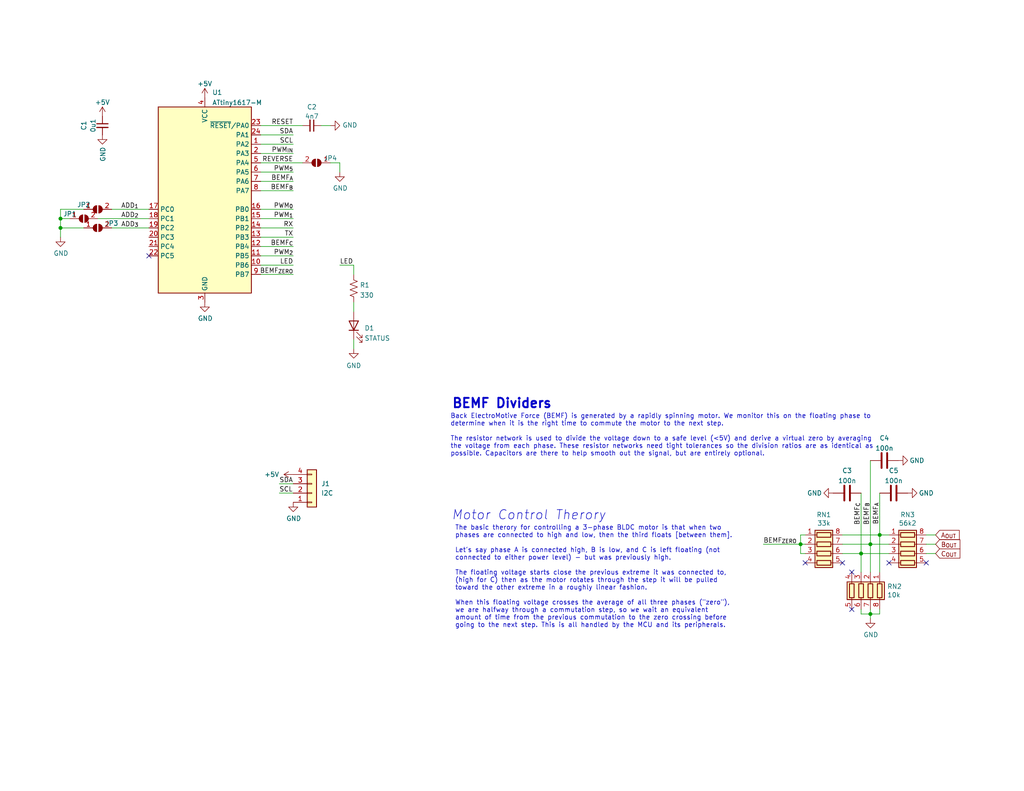
<source format=kicad_sch>
(kicad_sch (version 20230121) (generator eeschema)
  (paper "USLetter")
  (title_block (title "Sensorless BLDC ESC") (date "2022-04-25") (rev "6") (company "Savo Bajic") (comment 1 "Tuned V5, mainly changing the feedback network") (comment 2 "Controlled primarily by I2C but can run with PWM") (comment 3 "Designed for 10 to 20V input, current up to 100A") (comment 4 "ATtiny1617 based BEMF ESC for BLDC"))
  (lib_symbols
    (symbol "Connector_Generic:Conn_01x04" (pin_names (offset 1.016) hide)
      (property "Reference" "J" (at 0 5.08 0))
      (property "Value" "Conn_01x04" (at 0 -7.62 0))
      (symbol "Conn_01x04_1_1"
        (rectangle (start -1.27 -4.953) (end 0 -5.207) (stroke (width 0.1524)))
        (rectangle (start -1.27 -2.413) (end 0 -2.667) (stroke (width 0.1524)))
        (rectangle (start -1.27 0.127) (end 0 -0.127) (stroke (width 0.1524)))
        (rectangle (start -1.27 2.667) (end 0 2.413) (stroke (width 0.1524)))
        (rectangle (start -1.27 3.81) (end 1.27 -6.35) (stroke (width 0.254)) (fill (type background)))
        (pin passive line (at -5.08 2.54 0) (length 3.81) (name "Pin_1") (number "1"))
        (pin passive line (at -5.08 0 0) (length 3.81) (name "Pin_2") (number "2"))
        (pin passive line (at -5.08 -2.54 0) (length 3.81) (name "Pin_3") (number "3"))
        (pin passive line (at -5.08 -5.08 0) (length 3.81) (name "Pin_4") (number "4"))
      )
    )
    (symbol "Device:C" (pin_numbers hide) (pin_names (offset 0.254))
      (property "Reference" "C" (at 0.635 2.54 0))
      (property "Value" "C" (at 0.635 -2.54 0))
      (symbol "C_0_1"
        (polyline (pts (xy -2.032 -0.762) (xy 2.032 -0.762)) (stroke (width 0.508)))
        (polyline (pts (xy -2.032 0.762) (xy 2.032 0.762)) (stroke (width 0.508)))
      )
      (symbol "C_1_1"
        (pin passive line (at 0 3.81 270) (length 2.794) (name "~") (number "1"))
        (pin passive line (at 0 -3.81 90) (length 2.794) (name "~") (number "2"))
      )
    )
    (symbol "Device:C_Small" (pin_numbers hide) (pin_names (offset 0.254) hide)
      (property "Reference" "C" (at 0.254 1.778 0))
      (property "Value" "C_Small" (at 0.254 -2.032 0))
      (symbol "C_Small_0_1"
        (polyline (pts (xy -1.524 -0.508) (xy 1.524 -0.508)) (stroke (width 0.3302)))
        (polyline (pts (xy -1.524 0.508) (xy 1.524 0.508)) (stroke (width 0.3048)))
      )
      (symbol "C_Small_1_1"
        (pin passive line (at 0 2.54 270) (length 2.032) (name "~") (number "1"))
        (pin passive line (at 0 -2.54 90) (length 2.032) (name "~") (number "2"))
      )
    )
    (symbol "Device:LED" (pin_numbers hide) (pin_names (offset 1.016) hide)
      (property "Reference" "D" (at 0 2.54 0))
      (property "Value" "LED" (at 0 -2.54 0))
      (symbol "LED_0_1"
        (polyline (pts (xy -1.27 -1.27) (xy -1.27 1.27)) (stroke (width 0.254)))
        (polyline (pts (xy -1.27 0) (xy 1.27 0)))
        (polyline (pts (xy 1.27 -1.27) (xy 1.27 1.27) (xy -1.27 0) (xy 1.27 -1.27)) (stroke (width 0.254)))
        (polyline (pts (xy -3.048 -0.762) (xy -4.572 -2.286) (xy -3.81 -2.286) (xy -4.572 -2.286) (xy -4.572 -1.524)))
        (polyline (pts (xy -1.778 -0.762) (xy -3.302 -2.286) (xy -2.54 -2.286) (xy -3.302 -2.286) (xy -3.302 -1.524)))
      )
      (symbol "LED_1_1"
        (pin passive line (at -3.81 0 0) (length 2.54) (name "K") (number "1"))
        (pin passive line (at 3.81 0 180) (length 2.54) (name "A") (number "2"))
      )
    )
    (symbol "Device:R_Pack04" (pin_names (offset 0) hide)
      (property "Reference" "RN" (at -7.62 0 90))
      (property "Value" "R_Pack04" (at 5.08 0 90))
      (symbol "R_Pack04_0_1"
        (rectangle (start -6.35 -2.413) (end 3.81 2.413) (stroke (width 0.254)) (fill (type background)))
        (rectangle (start -5.715 1.905) (end -4.445 -1.905) (stroke (width 0.254)))
        (rectangle (start -3.175 1.905) (end -1.905 -1.905) (stroke (width 0.254)))
        (rectangle (start -0.635 1.905) (end 0.635 -1.905) (stroke (width 0.254)))
        (polyline (pts (xy -5.08 -2.54) (xy -5.08 -1.905)))
        (polyline (pts (xy -5.08 1.905) (xy -5.08 2.54)))
        (polyline (pts (xy -2.54 -2.54) (xy -2.54 -1.905)))
        (polyline (pts (xy -2.54 1.905) (xy -2.54 2.54)))
        (polyline (pts (xy 0 -2.54) (xy 0 -1.905)))
        (polyline (pts (xy 0 1.905) (xy 0 2.54)))
        (polyline (pts (xy 2.54 -2.54) (xy 2.54 -1.905)))
        (polyline (pts (xy 2.54 1.905) (xy 2.54 2.54)))
        (rectangle (start 1.905 1.905) (end 3.175 -1.905) (stroke (width 0.254)))
      )
      (symbol "R_Pack04_1_1"
        (pin passive line (at -5.08 -5.08 90) (length 2.54) (name "R1.1") (number "1"))
        (pin passive line (at -2.54 -5.08 90) (length 2.54) (name "R2.1") (number "2"))
        (pin passive line (at 0 -5.08 90) (length 2.54) (name "R3.1") (number "3"))
        (pin passive line (at 2.54 -5.08 90) (length 2.54) (name "R4.1") (number "4"))
        (pin passive line (at 2.54 5.08 270) (length 2.54) (name "R4.2") (number "5"))
        (pin passive line (at 0 5.08 270) (length 2.54) (name "R3.2") (number "6"))
        (pin passive line (at -2.54 5.08 270) (length 2.54) (name "R2.2") (number "7"))
        (pin passive line (at -5.08 5.08 270) (length 2.54) (name "R1.2") (number "8"))
      )
    )
    (symbol "Device:R_US" (pin_numbers hide) (pin_names (offset 0))
      (property "Reference" "R" (at 2.54 0 90))
      (property "Value" "R_US" (at -2.54 0 90))
      (symbol "R_US_0_1"
        (polyline (pts (xy 0 -2.286) (xy 0 -2.54)))
        (polyline (pts (xy 0 2.286) (xy 0 2.54)))
        (polyline (pts (xy 0 -0.762) (xy 1.016 -1.143) (xy 0 -1.524) (xy -1.016 -1.905) (xy 0 -2.286)))
        (polyline (pts (xy 0 0.762) (xy 1.016 0.381) (xy 0 0) (xy -1.016 -0.381) (xy 0 -0.762)))
        (polyline (pts (xy 0 2.286) (xy 1.016 1.905) (xy 0 1.524) (xy -1.016 1.143) (xy 0 0.762)))
      )
      (symbol "R_US_1_1"
        (pin passive line (at 0 3.81 270) (length 1.27) (name "~") (number "1"))
        (pin passive line (at 0 -3.81 90) (length 1.27) (name "~") (number "2"))
      )
    )
    (symbol "Jumper:SolderJumper_2_Open" (pin_names (offset 0) hide)
      (property "Reference" "JP" (at 0 2.032 0))
      (property "Value" "SolderJumper_2_Open" (at 0 -2.54 0))
      (symbol "SolderJumper_2_Open_0_1"
        (arc (start -0.254 1.016) (mid -1.2656 0) (end -0.254 -1.016))
        (arc (start -0.254 1.016) (mid -1.2656 0) (end -0.254 -1.016) (fill (type outline)))
        (polyline (pts (xy -0.254 1.016) (xy -0.254 -1.016)))
        (polyline (pts (xy 0.254 1.016) (xy 0.254 -1.016)))
        (arc (start 0.254 -1.016) (mid 1.2656 0) (end 0.254 1.016))
        (arc (start 0.254 -1.016) (mid 1.2656 0) (end 0.254 1.016) (fill (type outline)))
      )
      (symbol "SolderJumper_2_Open_1_1"
        (pin passive line (at -3.81 0 0) (length 2.54) (name "A") (number "1"))
        (pin passive line (at 3.81 0 180) (length 2.54) (name "B") (number "2"))
      )
    )
    (symbol "MCU_Microchip_ATtiny:ATtiny1617-M"
      (property "Reference" "U" (at -12.7 26.67 0))
      (property "Value" "ATtiny1617-M" (at 2.54 -26.67 0))
      (symbol "ATtiny1617-M_0_1"
        (rectangle (start -12.7 -25.4) (end 12.7 25.4) (stroke (width 0.254)) (fill (type background)))
      )
      (symbol "ATtiny1617-M_1_1"
        (pin bidirectional line (at 15.24 15.24 180) (length 2.54) (name "PA2") (number "1"))
        (pin bidirectional line (at 15.24 -17.78 180) (length 2.54) (name "PB6") (number "10"))
        (pin bidirectional line (at 15.24 -15.24 180) (length 2.54) (name "PB5") (number "11"))
        (pin bidirectional line (at 15.24 -12.7 180) (length 2.54) (name "PB4") (number "12"))
        (pin bidirectional line (at 15.24 -10.16 180) (length 2.54) (name "PB3") (number "13"))
        (pin bidirectional line (at 15.24 -7.62 180) (length 2.54) (name "PB2") (number "14"))
        (pin bidirectional line (at 15.24 -5.08 180) (length 2.54) (name "PB1") (number "15"))
        (pin bidirectional line (at 15.24 -2.54 180) (length 2.54) (name "PB0") (number "16"))
        (pin bidirectional line (at -15.24 -2.54 0) (length 2.54) (name "PC0") (number "17"))
        (pin bidirectional line (at -15.24 -5.08 0) (length 2.54) (name "PC1") (number "18"))
        (pin bidirectional line (at -15.24 -7.62 0) (length 2.54) (name "PC2") (number "19"))
        (pin bidirectional line (at 15.24 12.7 180) (length 2.54) (name "PA3") (number "2"))
        (pin bidirectional line (at -15.24 -10.16 0) (length 2.54) (name "PC3") (number "20"))
        (pin bidirectional line (at -15.24 -12.7 0) (length 2.54) (name "PC4") (number "21"))
        (pin bidirectional line (at -15.24 -15.24 0) (length 2.54) (name "PC5") (number "22"))
        (pin bidirectional line (at 15.24 20.32 180) (length 2.54) (name "~{RESET}/PA0") (number "23"))
        (pin bidirectional line (at 15.24 17.78 180) (length 2.54) (name "PA1") (number "24"))
        (pin passive line (at 0 -27.94 90) (length 2.54) hide (name "GND") (number "25"))
        (pin power_in line (at 0 -27.94 90) (length 2.54) (name "GND") (number "3"))
        (pin power_in line (at 0 27.94 270) (length 2.54) (name "VCC") (number "4"))
        (pin bidirectional line (at 15.24 10.16 180) (length 2.54) (name "PA4") (number "5"))
        (pin bidirectional line (at 15.24 7.62 180) (length 2.54) (name "PA5") (number "6"))
        (pin bidirectional line (at 15.24 5.08 180) (length 2.54) (name "PA6") (number "7"))
        (pin bidirectional line (at 15.24 2.54 180) (length 2.54) (name "PA7") (number "8"))
        (pin bidirectional line (at 15.24 -20.32 180) (length 2.54) (name "PB7") (number "9"))
      )
    )
    (symbol "power:+5V" (power) (pin_names (offset 0))
      (property "Value" "+5V" (at 0 3.556 0))
      (symbol "+5V_0_1"
        (polyline (pts (xy -0.762 1.27) (xy 0 2.54)))
        (polyline (pts (xy 0 0) (xy 0 2.54)))
        (polyline (pts (xy 0 2.54) (xy 0.762 1.27)))
      )
      (symbol "+5V_1_1"
        (pin power_in line (at 0 0 90) (length 0) hide (name "+5V") (number "1"))
      )
    )
    (symbol "power:GND" (power) (pin_names (offset 0))
      (property "Value" "GND" (at 0 -3.81 0))
      (symbol "GND_0_1"
        (polyline (pts (xy 0 0) (xy 0 -1.27) (xy 1.27 -1.27) (xy 0 -2.54) (xy -1.27 -1.27) (xy 0 -1.27)))
      )
      (symbol "GND_1_1"
        (pin power_in line (at 0 0 270) (length 0) hide (name "GND") (number "1"))
      )
    )
  )
  (junction (at 240.03 146.05))
  (junction (at 16.51 62.23))
  (junction (at 237.49 148.59))
  (junction (at 16.51 59.69))
  (junction (at 234.95 151.13))
  (junction (at 237.49 167.64))
  (junction (at 218.44 148.59))
  (no_connect (at 229.87 153.67))
  (no_connect (at 242.57 153.67))
  (no_connect (at 232.41 166.37))
  (no_connect (at 219.71 153.67))
  (no_connect (at 252.73 153.67))
  (no_connect (at 40.64 69.85))
  (no_connect (at 232.41 156.21))
  (wire (pts (xy 80.01 39.37) (xy 71.12 39.37)))
  (wire (pts (xy 237.49 167.64) (xy 234.95 167.64)))
  (wire (pts (xy 16.51 59.69) (xy 16.51 57.15)))
  (wire (pts (xy 30.48 62.23) (xy 40.64 62.23)))
  (wire (pts (xy 234.95 134.62) (xy 234.95 151.13)))
  (wire (pts (xy 218.44 151.13) (xy 219.71 151.13)))
  (wire (pts (xy 237.49 168.91) (xy 237.49 167.64)))
  (wire (pts (xy 252.73 148.59) (xy 255.27 148.59)))
  (wire (pts (xy 229.87 146.05) (xy 240.03 146.05)))
  (wire (pts (xy 96.52 92.71) (xy 96.52 95.25)))
  (wire (pts (xy 80.01 62.23) (xy 71.12 62.23)))
  (wire (pts (xy 16.51 57.15) (xy 22.86 57.15)))
  (wire (pts (xy 26.67 59.69) (xy 40.64 59.69)))
  (wire (pts (xy 80.01 64.77) (xy 71.12 64.77)))
  (wire (pts (xy 219.71 148.59) (xy 218.44 148.59)))
  (wire (pts (xy 237.49 125.73) (xy 237.49 148.59)))
  (wire (pts (xy 234.95 151.13) (xy 242.57 151.13)))
  (wire (pts (xy 82.55 44.45) (xy 71.12 44.45)))
  (wire (pts (xy 237.49 148.59) (xy 242.57 148.59)))
  (wire (pts (xy 80.01 49.53) (xy 71.12 49.53)))
  (wire (pts (xy 237.49 167.64) (xy 237.49 166.37)))
  (wire (pts (xy 80.01 52.07) (xy 71.12 52.07)))
  (wire (pts (xy 237.49 167.64) (xy 240.03 167.64)))
  (wire (pts (xy 76.2 134.62) (xy 80.01 134.62)))
  (wire (pts (xy 80.01 36.83) (xy 71.12 36.83)))
  (wire (pts (xy 96.52 82.55) (xy 96.52 85.09)))
  (wire (pts (xy 22.86 62.23) (xy 16.51 62.23)))
  (wire (pts (xy 30.48 57.15) (xy 40.64 57.15)))
  (wire (pts (xy 80.01 69.85) (xy 71.12 69.85)))
  (wire (pts (xy 252.73 146.05) (xy 255.27 146.05)))
  (wire (pts (xy 240.03 156.21) (xy 240.03 146.05)))
  (wire (pts (xy 71.12 34.29) (xy 82.55 34.29)))
  (wire (pts (xy 92.71 44.45) (xy 90.17 44.45)))
  (wire (pts (xy 92.71 72.39) (xy 96.52 72.39)))
  (wire (pts (xy 237.49 148.59) (xy 237.49 156.21)))
  (wire (pts (xy 218.44 148.59) (xy 218.44 146.05)))
  (wire (pts (xy 16.51 64.77) (xy 16.51 62.23)))
  (wire (pts (xy 229.87 148.59) (xy 237.49 148.59)))
  (wire (pts (xy 234.95 156.21) (xy 234.95 151.13)))
  (wire (pts (xy 234.95 167.64) (xy 234.95 166.37)))
  (wire (pts (xy 19.05 59.69) (xy 16.51 59.69)))
  (wire (pts (xy 229.87 151.13) (xy 234.95 151.13)))
  (wire (pts (xy 92.71 46.99) (xy 92.71 44.45)))
  (wire (pts (xy 80.01 41.91) (xy 71.12 41.91)))
  (wire (pts (xy 96.52 72.39) (xy 96.52 74.93)))
  (wire (pts (xy 252.73 151.13) (xy 255.27 151.13)))
  (wire (pts (xy 80.01 67.31) (xy 71.12 67.31)))
  (wire (pts (xy 240.03 146.05) (xy 242.57 146.05)))
  (wire (pts (xy 87.63 34.29) (xy 90.17 34.29)))
  (wire (pts (xy 240.03 167.64) (xy 240.03 166.37)))
  (wire (pts (xy 80.01 46.99) (xy 71.12 46.99)))
  (wire (pts (xy 80.01 59.69) (xy 71.12 59.69)))
  (wire (pts (xy 76.2 132.08) (xy 80.01 132.08)))
  (wire (pts (xy 80.01 57.15) (xy 71.12 57.15)))
  (wire (pts (xy 218.44 148.59) (xy 218.44 151.13)))
  (wire (pts (xy 208.28 148.59) (xy 218.44 148.59)))
  (wire (pts (xy 218.44 146.05) (xy 219.71 146.05)))
  (wire (pts (xy 16.51 62.23) (xy 16.51 59.69)))
  (wire (pts (xy 71.12 74.93) (xy 80.01 74.93)))
  (wire (pts (xy 240.03 134.62) (xy 240.03 146.05)))
  (wire (pts (xy 71.12 72.39) (xy 80.01 72.39)))
  (text_box "Back ElectroMotive Force (BEMF) is generated by a rapidly spinning motor. We monitor this on the floating phase to determine when it is the right time to commute the motor to the next step.\n\nThe resistor network is used to divide the voltage down to a safe level (<5V) and derive a virtual zero by averaging the voltage from each phase. These resistor networks need tight tolerances so the division ratios are as identical as possible. Capacitors are there to help smooth out the signal, but are entirely optional." (at 121.92 111.76 0) (size 118.11 15.24) (stroke (width -0.0001)) (effects (font (size 1.27 1.27)) (justify left top)))
  (text_box "The basic therory for controlling a 3-phase BLDC motor is that when two phases are connected to high and low, then the third floats [between them].\n\nLet's say phase A is connected high, B is low, and C is left floating (not connected to either power level) - but was previously high.\n\nThe floating voltage starts close the previous extreme it was connected to, \n(high for C) then as the motor rotates through the step it will be pulled toward the other extreme in a roughly linear fashion.\n\nWhen this floating voltage crosses the average of all three phases (\"zero\"), we are halfway through a commutation step, so we wait an equivalent amount of time from the previous commutation to the zero crossing before going to the next step. This is all handled by the MCU and its peripherals." (at 123.19 142.24 0) (size 78.74 30.48) (stroke (width -0.0001)) (effects (font (size 1.27 1.27)) (justify left top)))
  (text "BEMF Dividers" (at 123.19 111.76 0) (effects (font (size 2.54 2.54) (thickness 0.508) bold) (justify left bottom)))
  (text "Motor Control Therory" (at 123.19 142.24 0) (effects (font (size 2.54 2.54) italic) (justify left bottom)))
  (label "ADD_{3}" (at 33.02 62.23 0))
  (label "BEMF_{A}" (at 240.03 137.16 270))
  (label "LED" (at 80.01 72.39 180))
  (label "ADD_{2}" (at 33.02 59.69 0))
  (label "BEMF_{C}" (at 80.01 67.31 180))
  (label "PWM_{0}" (at 80.01 57.15 180))
  (label "RESET" (at 80.01 34.29 180))
  (label "SCL" (at 80.01 39.37 180))
  (label "PWM_{2}" (at 80.01 69.85 180))
  (label "ADD_{1}" (at 33.02 57.15 0))
  (label "RX" (at 80.01 62.23 180))
  (label "SCL" (at 76.2 134.62 0))
  (label "BEMF_{C}" (at 234.95 137.16 270))
  (label "BEMF_{A}" (at 80.01 49.53 180))
  (label "BEMF_{B}" (at 237.49 137.16 270))
  (label "TX" (at 80.01 64.77 180))
  (label "SDA" (at 76.2 132.08 0))
  (label "LED" (at 92.71 72.39 0))
  (label "PWM_{1}" (at 80.01 59.69 180))
  (label "SDA" (at 80.01 36.83 180))
  (label "BEMF_{ZERO}" (at 80.01 74.93 180))
  (label "REVERSE" (at 80.01 44.45 180))
  (label "BEMF_{ZERO}" (at 208.28 148.59 0))
  (label "PWM_{5}" (at 80.01 46.99 180))
  (label "PWM_{IN}" (at 80.01 41.91 180))
  (label "BEMF_{B}" (at 80.01 52.07 180))
  (global_label "A_{OUT}" (shape input) (at 255.27 146.05 0) (property "Intersheetrefs" "${INTERSHEET_REFS}" (effects hide)))
  (global_label "C_{OUT}" (shape input) (at 255.27 151.13 0) (property "Intersheetrefs" "${INTERSHEET_REFS}" (effects hide)))
  (global_label "B_{OUT}" (shape input) (at 255.27 148.59 0) (property "Intersheetrefs" "${INTERSHEET_REFS}" (effects hide)))
  (symbol (lib_id "Connector_Generic:Conn_01x04") (at 85.09 134.62 0) (mirror x) (unit 1)
    (property "Reference" "J1" (at 87.63 132.08 0) (effects (justify left)))
    (property "Value" "I2C" (at 87.63 134.62 0) (effects (justify left)))
    (property "Footprint" "Connector_PinSocket_2.54mm:PinSocket_1x04_P2.54mm_Vertical" (effects hide))
  )
  (symbol (lib_id "Device:R_Pack04") (at 234.95 161.29 180) (unit 1)
    (property "Reference" "RN2" (at 242.062 160.1216 0) (effects (justify right)))
    (property "Value" "10k" (at 242.062 162.433 0) (effects (justify right)))
    (property "Footprint" "Resistor_SMD:R_Cat16-4" (effects hide))
  )
  (symbol (lib_id "power:GND") (at 227.33 134.62 270) (unit 1)
    (property "Reference" "#PWR011" (effects hide))
    (property "Value" "GND" (at 222.25 134.62 90))
  )
  (symbol (lib_id "power:GND") (at 237.49 168.91 0) (unit 1)
    (property "Reference" "#PWR012" (effects hide))
    (property "Value" "GND" (at 237.617 173.3042 0))
  )
  (symbol (lib_id "power:GND") (at 80.01 137.16 0) (unit 1)
    (property "Reference" "#PWR07" (effects hide))
    (property "Value" "GND" (at 80.137 141.5542 0))
  )
  (symbol (lib_id "Device:C") (at 231.14 134.62 90) (unit 1)
    (property "Reference" "C3" (at 231.14 128.4945 90))
    (property "Value" "100n" (at 231.14 131.2696 90))
    (property "Footprint" "Capacitor_SMD:C_0603_1608Metric" (effects hide))
  )
  (symbol (lib_id "power:GND") (at 96.52 95.25 0) (unit 1)
    (property "Reference" "#PWR010" (effects hide))
    (property "Value" "GND" (at 96.52 99.8125 0))
  )
  (symbol (lib_id "Jumper:SolderJumper_2_Open") (at 26.67 62.23 0) (unit 1)
    (property "Reference" "JP3" (at 30.48 60.96 0))
    (property "Value" "SolderJumper_2_Open" (effects hide))
    (property "Footprint" "Jumper:SolderJumper-2_P1.3mm_Open_TrianglePad1.0x1.5mm" (effects hide))
  )
  (symbol (lib_id "Device:R_Pack04") (at 247.65 151.13 270) (unit 1)
    (property "Reference" "RN3" (at 247.65 140.5382 90))
    (property "Value" "56k2" (at 247.65 142.8496 90))
    (property "Footprint" "Resistor_SMD:R_Array_Convex_4x0603" (effects hide))
  )
  (symbol (lib_id "power:+5V") (at 55.88 26.67 0) (unit 1)
    (property "Reference" "#PWR04" (effects hide))
    (property "Value" "+5V" (at 55.88 22.86 0))
  )
  (symbol (lib_id "power:GND") (at 27.94 36.83 0) (unit 1)
    (property "Reference" "#PWR03" (effects hide))
    (property "Value" "GND" (at 28.067 40.0812 90) (effects (justify right)))
  )
  (symbol (lib_id "Jumper:SolderJumper_2_Open") (at 22.86 59.69 0) (unit 1)
    (property "Reference" "JP1" (at 19.05 58.42 0))
    (property "Value" "SolderJumper_2_Open" (effects hide))
    (property "Footprint" "Jumper:SolderJumper-2_P1.3mm_Open_TrianglePad1.0x1.5mm" (effects hide))
  )
  (symbol (lib_id "power:GND") (at 55.88 82.55 0) (unit 1)
    (property "Reference" "#PWR05" (effects hide))
    (property "Value" "GND" (at 56.007 86.9442 0))
  )
  (symbol (lib_id "power:+5V") (at 80.01 129.54 90) (unit 1)
    (property "Reference" "#PWR06" (effects hide))
    (property "Value" "+5V" (at 76.2 129.54 90) (effects (justify left)))
  )
  (symbol (lib_id "Device:C_Small") (at 85.09 34.29 270) (unit 1)
    (property "Reference" "C2" (at 85.09 29.21 90))
    (property "Value" "4n7" (at 85.09 31.75 90))
    (property "Footprint" "Capacitor_SMD:C_0603_1608Metric" (effects hide))
  )
  (symbol (lib_id "Device:R_US") (at 96.52 78.74 0) (unit 1)
    (property "Reference" "R1" (at 98.171 77.8315 0) (effects (justify left)))
    (property "Value" "330" (at 98.171 80.6066 0) (effects (justify left)))
    (property "Footprint" "Resistor_SMD:R_0603_1608Metric" (effects hide))
  )
  (symbol (lib_id "power:GND") (at 92.71 46.99 0) (unit 1)
    (property "Reference" "#PWR09" (effects hide))
    (property "Value" "GND" (at 92.837 51.3842 0))
  )
  (symbol (lib_id "power:GND") (at 16.51 64.77 0) (unit 1)
    (property "Reference" "#PWR01" (effects hide))
    (property "Value" "GND" (at 16.637 69.1642 0))
  )
  (symbol (lib_id "Jumper:SolderJumper_2_Open") (at 86.36 44.45 0) (mirror y) (unit 1)
    (property "Reference" "JP4" (at 90.17 43.18 0))
    (property "Value" "SolderJumper_2_Open" (effects hide))
    (property "Footprint" "Jumper:SolderJumper-2_P1.3mm_Open_TrianglePad1.0x1.5mm" (effects hide))
  )
  (symbol (lib_id "Device:C") (at 241.3 125.73 90) (unit 1)
    (property "Reference" "C4" (at 241.3 119.6045 90))
    (property "Value" "100n" (at 241.3 122.3796 90))
    (property "Footprint" "Capacitor_SMD:C_0603_1608Metric" (effects hide))
  )
  (symbol (lib_id "power:GND") (at 90.17 34.29 90) (unit 1)
    (property "Reference" "#PWR08" (effects hide))
    (property "Value" "GND" (at 93.4212 34.163 90) (effects (justify right)))
  )
  (symbol (lib_id "power:+5V") (at 27.94 31.75 0) (unit 1)
    (property "Reference" "#PWR02" (effects hide))
    (property "Value" "+5V" (at 27.94 27.94 0))
  )
  (symbol (lib_id "power:GND") (at 247.65 134.62 90) (unit 1)
    (property "Reference" "#PWR014" (effects hide))
    (property "Value" "GND" (at 252.73 134.62 90))
  )
  (symbol (lib_id "MCU_Microchip_ATtiny:ATtiny1617-M") (at 55.88 54.61 0) (unit 1)
    (property "Reference" "U1" (at 57.8994 25.2435 0) (effects (justify left)))
    (property "Value" "ATtiny1617-M" (at 57.8994 28.0186 0) (effects (justify left)))
    (property "Footprint" "Package_DFN_QFN:QFN-24-1EP_4x4mm_P0.5mm_EP2.6x2.6mm" (effects hide))
    (property "Datasheet" "http://ww1.microchip.com/downloads/en/DeviceDoc/ATtiny3217_1617-Data-Sheet-40001999B.pdf" (effects hide))
  )
  (symbol (lib_id "Jumper:SolderJumper_2_Open") (at 26.67 57.15 0) (unit 1)
    (property "Reference" "JP2" (at 22.86 55.88 0))
    (property "Value" "SolderJumper_2_Open" (effects hide))
    (property "Footprint" "Jumper:SolderJumper-2_P1.3mm_Open_TrianglePad1.0x1.5mm" (effects hide))
  )
  (symbol (lib_id "Device:C") (at 243.84 134.62 270) (mirror x) (unit 1)
    (property "Reference" "C5" (at 243.84 128.4945 90))
    (property "Value" "100n" (at 243.84 131.2696 90))
    (property "Footprint" "Capacitor_SMD:C_0603_1608Metric" (effects hide))
  )
  (symbol (lib_id "power:GND") (at 245.11 125.73 90) (unit 1)
    (property "Reference" "#PWR013" (effects hide))
    (property "Value" "GND" (at 250.19 125.73 90))
  )
  (symbol (lib_id "Device:C_Small") (at 27.94 34.29 0) (unit 1)
    (property "Reference" "C1" (at 22.86 34.29 90))
    (property "Value" "0u1" (at 25.4 34.29 90))
    (property "Footprint" "Capacitor_SMD:C_0603_1608Metric" (effects hide))
  )
  (symbol (lib_id "Device:LED") (at 96.52 88.9 90) (unit 1)
    (property "Reference" "D1" (at 99.441 89.579 90) (effects (justify right)))
    (property "Value" "STATUS" (at 99.441 92.3541 90) (effects (justify right)))
    (property "Footprint" "LED_SMD:LED_0805_2012Metric" (effects hide))
  )
  (symbol (lib_id "Device:R_Pack04") (at 224.79 151.13 270) (unit 1)
    (property "Reference" "RN1" (at 224.79 140.5382 90))
    (property "Value" "33k" (at 224.79 142.8496 90))
    (property "Footprint" "Resistor_SMD:R_Array_Convex_4x0603" (effects hide))
  )
)
</source>
